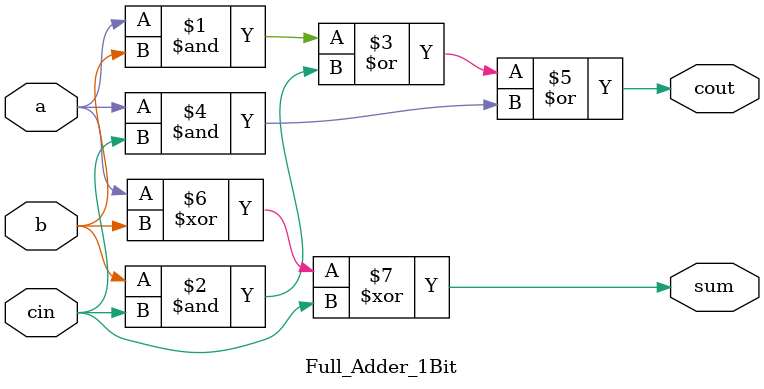
<source format=sv>
module Full_Adder_1Bit(
  input a, b, cin,
  output sum, cout
);
  
  assign {sum, cout} = {a^b^cin, ((a & b) | (b & cin) | (a & cin))};
endmodule
</source>
